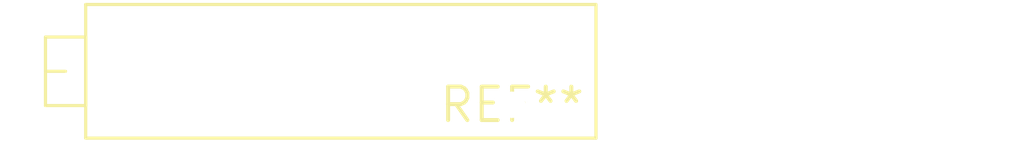
<source format=kicad_pcb>
(kicad_pcb (version 20240108) (generator pcbnew)
  (layers (0 "F.Cu" signal) (31 "B.Cu" signal) (34 "B.Paste" user) (35 "F.Paste" user) (36 "B.SilkS" user "B.Silkscreen") (37 "F.SilkS" user "F.Silkscreen") (38 "B.Mask" user) (39 "F.Mask" user) (44 "Edge.Cuts" user))
  (net 0 "")
  (footprint "Potentiometer_Bourns_3006P_Horizontal" (layer "F.Cu") (at 0 0)
    (property "Reference" "REF**")
    (property "Value" "Potentiometer_Bourns_3006P_Horizontal")
    (fp_line (start -17.64 -2.569) (end -17.64 0.03) (layer "F.SilkS") (stroke (width 0.12)))
    (fp_line (start -17.64 -2.569) (end -16.121 -2.569) (layer "F.SilkS") (stroke (width 0.12)))
    (fp_line (start -17.64 -1.27) (end -16.881 -1.27) (layer "F.SilkS") (stroke (width 0.12)))
    (fp_line (start -17.64 0.03) (end -16.121 0.03) (layer "F.SilkS") (stroke (width 0.12)))
    (fp_line (start -16.121 -2.569) (end -16.121 0.03) (layer "F.SilkS") (stroke (width 0.12)))
    (fp_line (start -16.12 -3.805) (end -16.12 1.265) (layer "F.SilkS") (stroke (width 0.12)))
    (fp_line (start -16.12 -3.805) (end 3.17 -3.805) (layer "F.SilkS") (stroke (width 0.12)))
    (fp_line (start -16.12 1.265) (end 3.17 1.265) (layer "F.SilkS") (stroke (width 0.12)))
    (fp_line (start 3.17 -3.805) (end 3.17 1.265) (layer "F.SilkS") (stroke (width 0.12)))
    (pad "1" thru_hole circle (at 0 0) (size 1.8 1.8) (drill 1) (layers *.Cu *.Mask) (remove_unused_layers))
    (pad "2" thru_hole circle (at -7.62 -2.54) (size 1.8 1.8) (drill 1) (layers *.Cu *.Mask) (remove_unused_layers))
    (pad "3" thru_hole circle (at -12.7 0) (size 1.8 1.8) (drill 1) (layers *.Cu *.Mask) (remove_unused_layers))
  )
)
</source>
